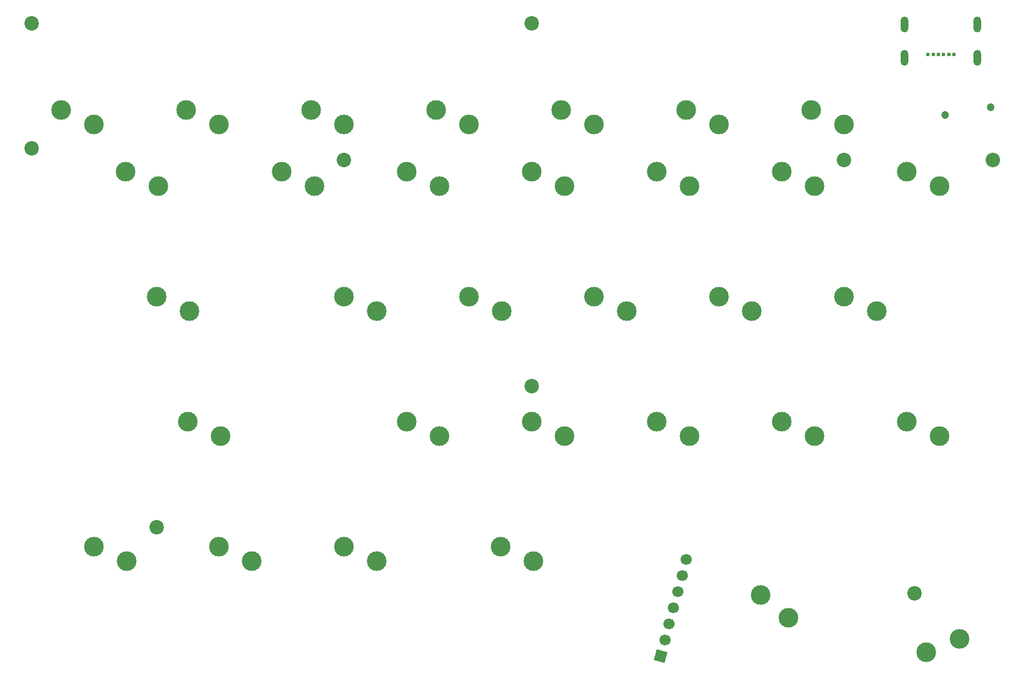
<source format=gbr>
G04 #@! TF.GenerationSoftware,KiCad,Pcbnew,(6.0.8)*
G04 #@! TF.CreationDate,2023-01-03T23:55:29+09:00*
G04 #@! TF.ProjectId,HatsuLight69_left.kicad_pcb,48617473-754c-4696-9768-7436395f6c65,0.1*
G04 #@! TF.SameCoordinates,Original*
G04 #@! TF.FileFunction,Soldermask,Top*
G04 #@! TF.FilePolarity,Negative*
%FSLAX46Y46*%
G04 Gerber Fmt 4.6, Leading zero omitted, Abs format (unit mm)*
G04 Created by KiCad (PCBNEW (6.0.8)) date 2023-01-03 23:55:29*
%MOMM*%
%LPD*%
G01*
G04 APERTURE LIST*
G04 Aperture macros list*
%AMHorizOval*
0 Thick line with rounded ends*
0 $1 width*
0 $2 $3 position (X,Y) of the first rounded end (center of the circle)*
0 $4 $5 position (X,Y) of the second rounded end (center of the circle)*
0 Add line between two ends*
20,1,$1,$2,$3,$4,$5,0*
0 Add two circle primitives to create the rounded ends*
1,1,$1,$2,$3*
1,1,$1,$4,$5*%
%AMRotRect*
0 Rectangle, with rotation*
0 The origin of the aperture is its center*
0 $1 length*
0 $2 width*
0 $3 Rotation angle, in degrees counterclockwise*
0 Add horizontal line*
21,1,$1,$2,0,0,$3*%
G04 Aperture macros list end*
%ADD10O,1.200000X2.400000*%
%ADD11C,0.600000*%
%ADD12C,3.000000*%
%ADD13C,2.200000*%
%ADD14C,1.200000*%
%ADD15RotRect,1.700000X1.700000X345.000000*%
%ADD16HorizOval,1.700000X0.000000X0.000000X0.000000X0.000000X0*%
G04 APERTURE END LIST*
D10*
G04 #@! TO.C,J1*
X194145000Y-32365732D03*
X183045000Y-32365732D03*
X194145000Y-37415732D03*
X183045000Y-37415732D03*
D11*
X186595000Y-36965732D03*
X187395000Y-36965732D03*
X188195000Y-36965732D03*
X188995000Y-36965732D03*
X189795000Y-36965732D03*
X190595000Y-36965732D03*
G04 #@! TD*
D12*
G04 #@! TO.C,SW6*
X135731300Y-47571910D03*
X130731300Y-45371910D03*
G04 #@! TD*
G04 #@! TO.C,SW33*
X191419289Y-126007581D03*
X186328120Y-127987480D03*
G04 #@! TD*
D13*
G04 #@! TO.C,*
X50006292Y-32146875D03*
G04 #@! TD*
D12*
G04 #@! TO.C,SW26*
X169306300Y-95121910D03*
X164306300Y-92921910D03*
G04 #@! TD*
G04 #@! TO.C,SW21*
X173831300Y-73871910D03*
X178831300Y-76071910D03*
G04 #@! TD*
D13*
G04 #@! TO.C,*
X196453290Y-52982857D03*
G04 #@! TD*
D12*
G04 #@! TO.C,SW20*
X154781300Y-73871910D03*
X159781300Y-76071910D03*
G04 #@! TD*
G04 #@! TO.C,SW28*
X64531300Y-114171910D03*
X59531300Y-111971910D03*
G04 #@! TD*
D13*
G04 #@! TO.C,*
X126206356Y-32146875D03*
G04 #@! TD*
D12*
G04 #@! TO.C,SW4*
X97631300Y-47571910D03*
X92631300Y-45371910D03*
G04 #@! TD*
G04 #@! TO.C,SW25*
X145256300Y-92921910D03*
X150256300Y-95121910D03*
G04 #@! TD*
G04 #@! TO.C,SW11*
X112156300Y-57021910D03*
X107156300Y-54821910D03*
G04 #@! TD*
G04 #@! TO.C,SW12*
X126206300Y-54821910D03*
X131206300Y-57021910D03*
G04 #@! TD*
G04 #@! TO.C,SW29*
X78581300Y-111971910D03*
X83581300Y-114171910D03*
G04 #@! TD*
G04 #@! TO.C,SW30*
X97631300Y-111971910D03*
X102631300Y-114171910D03*
G04 #@! TD*
D13*
G04 #@! TO.C,*
X50006292Y-51196875D03*
G04 #@! TD*
D12*
G04 #@! TO.C,SW2*
X54531300Y-45371910D03*
X59531300Y-47571910D03*
G04 #@! TD*
D13*
G04 #@! TO.C,*
X126206356Y-87511011D03*
G04 #@! TD*
D12*
G04 #@! TO.C,SW27*
X183356300Y-92921910D03*
X188356300Y-95121910D03*
G04 #@! TD*
G04 #@! TO.C,SW9*
X64293800Y-54821910D03*
X69293800Y-57021910D03*
G04 #@! TD*
G04 #@! TO.C,SW17*
X97631300Y-73871910D03*
X102631300Y-76071910D03*
G04 #@! TD*
G04 #@! TO.C,SW19*
X135731300Y-73871910D03*
X140731300Y-76071910D03*
G04 #@! TD*
G04 #@! TO.C,SW8*
X168831300Y-45371910D03*
X173831300Y-47571910D03*
G04 #@! TD*
G04 #@! TO.C,SW15*
X183356300Y-54821910D03*
X188356300Y-57021910D03*
G04 #@! TD*
D13*
G04 #@! TO.C,REF\u002A\u002A*
X97631332Y-52982857D03*
G04 #@! TD*
D12*
G04 #@! TO.C,SW10*
X93106300Y-57021910D03*
X88106300Y-54821910D03*
G04 #@! TD*
G04 #@! TO.C,SW16*
X69056300Y-73871910D03*
X74056300Y-76071910D03*
G04 #@! TD*
D13*
G04 #@! TO.C,REF\u002A\u002A*
X69056308Y-108942279D03*
G04 #@! TD*
D12*
G04 #@! TO.C,SW13*
X145256300Y-54821910D03*
X150256300Y-57021910D03*
G04 #@! TD*
G04 #@! TO.C,SW24*
X131206300Y-95121910D03*
X126206300Y-92921910D03*
G04 #@! TD*
G04 #@! TO.C,SW7*
X154781300Y-47571910D03*
X149781300Y-45371910D03*
G04 #@! TD*
G04 #@! TO.C,SW3*
X78581300Y-47571910D03*
X73581300Y-45371910D03*
G04 #@! TD*
G04 #@! TO.C,SW22*
X78818812Y-95121910D03*
X73818812Y-92921910D03*
G04 #@! TD*
G04 #@! TO.C,SW32*
X165331060Y-122735830D03*
X161070832Y-119316698D03*
G04 #@! TD*
G04 #@! TO.C,SW18*
X121681300Y-76071910D03*
X116681300Y-73871910D03*
G04 #@! TD*
G04 #@! TO.C,SW5*
X116681300Y-47571910D03*
X111681300Y-45371910D03*
G04 #@! TD*
D13*
G04 #@! TO.C,REF\u002A\u002A*
X173831396Y-52982857D03*
G04 #@! TD*
D12*
G04 #@! TO.C,SW14*
X169306300Y-57021910D03*
X164306300Y-54821910D03*
G04 #@! TD*
D13*
G04 #@! TO.C,REF\u002A\u002A*
X184547030Y-119062600D03*
G04 #@! TD*
D12*
G04 #@! TO.C,SW31*
X126443800Y-114171910D03*
X121443800Y-111971910D03*
G04 #@! TD*
G04 #@! TO.C,SW23*
X112156300Y-95121910D03*
X107156300Y-92921910D03*
G04 #@! TD*
D14*
G04 #@! TO.C,J2*
X196136392Y-44934242D03*
X189242738Y-46149780D03*
G04 #@! TD*
D15*
G04 #@! TO.C,J4*
X145837183Y-128587500D03*
D16*
X146494583Y-126134048D03*
X147151984Y-123680597D03*
X147809384Y-121227145D03*
X148466784Y-118773694D03*
X149124185Y-116320242D03*
X149781585Y-113866790D03*
G04 #@! TD*
M02*

</source>
